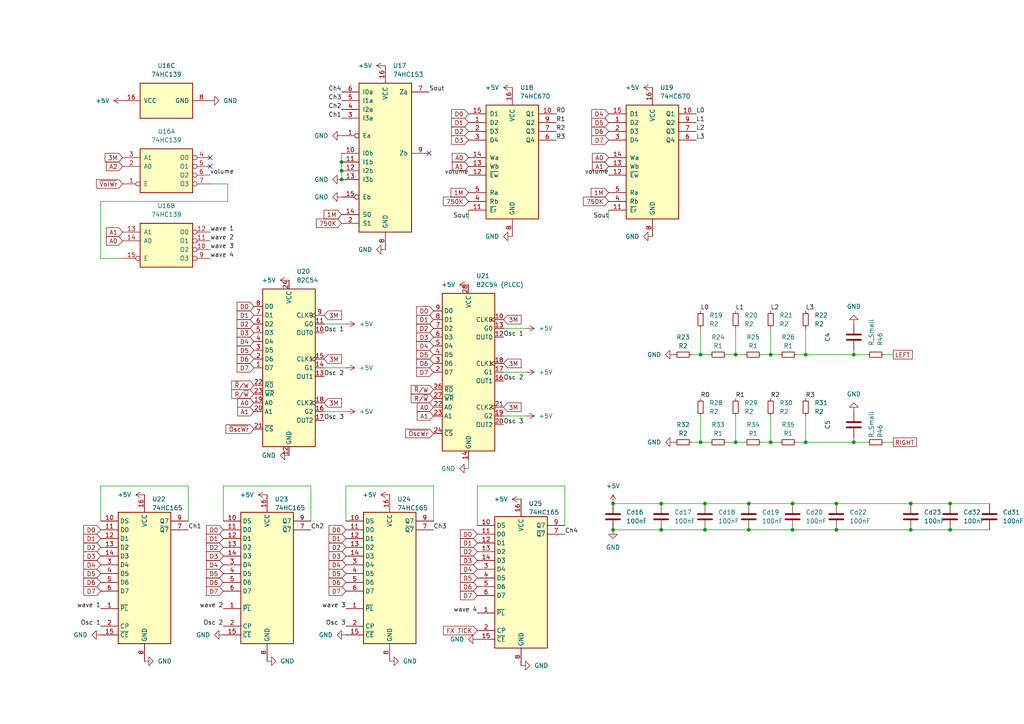
<source format=kicad_sch>
(kicad_sch (version 20230121) (generator eeschema)
  (paper "A4")
  (title_block (title "Audio"))
  (lib_symbols
    (symbol "74xx:74HC165"
      (property "Reference" "U" (at -7.62 19.05 0))
      (property "Value" "74HC165" (at -7.62 -21.59 0))
      (symbol "74HC165_1_0"
        (pin input line (at -12.7 -10.16 0) (length 5.08) (name "~{PL}") (number "1"))
        (pin input line (at -12.7 15.24 0) (length 5.08) (name "DS") (number "10"))
        (pin input line (at -12.7 12.7 0) (length 5.08) (name "D0") (number "11"))
        (pin input line (at -12.7 10.16 0) (length 5.08) (name "D1") (number "12"))
        (pin input line (at -12.7 7.62 0) (length 5.08) (name "D2") (number "13"))
        (pin input line (at -12.7 5.08 0) (length 5.08) (name "D3") (number "14"))
        (pin input line (at -12.7 -17.78 0) (length 5.08) (name "~{CE}") (number "15"))
        (pin power_in line (at 0 22.86 270) (length 5.08) (name "VCC") (number "16"))
        (pin input line (at -12.7 -15.24 0) (length 5.08) (name "CP") (number "2"))
        (pin input line (at -12.7 2.54 0) (length 5.08) (name "D4") (number "3"))
        (pin input line (at -12.7 0 0) (length 5.08) (name "D5") (number "4"))
        (pin input line (at -12.7 -2.54 0) (length 5.08) (name "D6") (number "5"))
        (pin input line (at -12.7 -5.08 0) (length 5.08) (name "D7") (number "6"))
        (pin output line (at 12.7 12.7 180) (length 5.08) (name "~{Q7}") (number "7"))
        (pin power_in line (at 0 -25.4 90) (length 5.08) (name "GND") (number "8"))
        (pin output line (at 12.7 15.24 180) (length 5.08) (name "Q7") (number "9"))
      )
      (symbol "74HC165_1_1"
        (rectangle (start -7.62 17.78) (end 7.62 -20.32) (stroke (width 0.254)) (fill (type background)))
      )
    )
    (symbol "74xx:74LS139" (pin_names (offset 1.016))
      (property "Reference" "U" (at -7.62 8.89 0))
      (property "Value" "74LS139" (at -7.62 -8.89 0))
      (symbol "74LS139_1_0"
        (pin input inverted (at -12.7 -5.08 0) (length 5.08) (name "E") (number "1"))
        (pin input line (at -12.7 0 0) (length 5.08) (name "A0") (number "2"))
        (pin input line (at -12.7 2.54 0) (length 5.08) (name "A1") (number "3"))
        (pin output inverted (at 12.7 2.54 180) (length 5.08) (name "O0") (number "4"))
        (pin output inverted (at 12.7 0 180) (length 5.08) (name "O1") (number "5"))
        (pin output inverted (at 12.7 -2.54 180) (length 5.08) (name "O2") (number "6"))
        (pin output inverted (at 12.7 -5.08 180) (length 5.08) (name "O3") (number "7"))
      )
      (symbol "74LS139_1_1"
        (rectangle (start -7.62 5.08) (end 7.62 -7.62) (stroke (width 0.254)) (fill (type background)))
      )
      (symbol "74LS139_2_0"
        (pin output inverted (at 12.7 -2.54 180) (length 5.08) (name "O2") (number "10"))
        (pin output inverted (at 12.7 0 180) (length 5.08) (name "O1") (number "11"))
        (pin output inverted (at 12.7 2.54 180) (length 5.08) (name "O0") (number "12"))
        (pin input line (at -12.7 2.54 0) (length 5.08) (name "A1") (number "13"))
        (pin input line (at -12.7 0 0) (length 5.08) (name "A0") (number "14"))
        (pin input inverted (at -12.7 -5.08 0) (length 5.08) (name "E") (number "15"))
        (pin output inverted (at 12.7 -5.08 180) (length 5.08) (name "O3") (number "9"))
      )
      (symbol "74LS139_2_1"
        (rectangle (start -7.62 5.08) (end 7.62 -7.62) (stroke (width 0.254)) (fill (type background)))
      )
      (symbol "74LS139_3_0"
        (pin power_in line (at 0 12.7 270) (length 5.08) (name "VCC") (number "16"))
        (pin power_in line (at 0 -12.7 90) (length 5.08) (name "GND") (number "8"))
      )
      (symbol "74LS139_3_1"
        (rectangle (start -5.08 7.62) (end 5.08 -7.62) (stroke (width 0.254)) (fill (type background)))
      )
    )
    (symbol "74xx:74LS153" (pin_names (offset 1.016))
      (property "Reference" "U" (at -7.62 21.59 0))
      (property "Value" "74LS153" (at -7.62 -24.13 0))
      (symbol "74LS153_1_0"
        (pin input inverted (at -12.7 5.08 0) (length 5.08) (name "Ea") (number "1"))
        (pin input line (at -12.7 0 0) (length 5.08) (name "I0b") (number "10"))
        (pin input line (at -12.7 -2.54 0) (length 5.08) (name "I1b") (number "11"))
        (pin input line (at -12.7 -5.08 0) (length 5.08) (name "I2b") (number "12"))
        (pin input line (at -12.7 -7.62 0) (length 5.08) (name "I3b") (number "13"))
        (pin input line (at -12.7 -17.78 0) (length 5.08) (name "S0") (number "14"))
        (pin input inverted (at -12.7 -12.7 0) (length 5.08) (name "Eb") (number "15"))
        (pin power_in line (at 0 25.4 270) (length 5.08) (name "VCC") (number "16"))
        (pin input line (at -12.7 -20.32 0) (length 5.08) (name "S1") (number "2"))
        (pin input line (at -12.7 10.16 0) (length 5.08) (name "I3a") (number "3"))
        (pin input line (at -12.7 12.7 0) (length 5.08) (name "I2a") (number "4"))
        (pin input line (at -12.7 15.24 0) (length 5.08) (name "I1a") (number "5"))
        (pin input line (at -12.7 17.78 0) (length 5.08) (name "I0a") (number "6"))
        (pin output line (at 12.7 17.78 180) (length 5.08) (name "Za") (number "7"))
        (pin power_in line (at 0 -27.94 90) (length 5.08) (name "GND") (number "8"))
        (pin output line (at 12.7 0 180) (length 5.08) (name "Zb") (number "9"))
      )
      (symbol "74LS153_1_1"
        (rectangle (start -7.62 20.32) (end 7.62 -22.86) (stroke (width 0.254)) (fill (type background)))
      )
    )
    (symbol "74xx:74LS670" (pin_names (offset 1.016))
      (property "Reference" "U" (at -7.62 16.51 0))
      (property "Value" "74LS670" (at -7.62 -19.05 0))
      (symbol "74LS670_1_0"
        (pin input line (at -12.7 10.16 0) (length 5.08) (name "D2") (number "1"))
        (pin tri_state line (at 12.7 12.7 180) (length 5.08) (name "Q1") (number "10"))
        (pin input line (at -12.7 -15.24 0) (length 5.08) (name "~{Er}") (number "11"))
        (pin input line (at -12.7 -5.08 0) (length 5.08) (name "~{Ew}") (number "12"))
        (pin input line (at -12.7 -2.54 0) (length 5.08) (name "Wb") (number "13"))
        (pin input line (at -12.7 0 0) (length 5.08) (name "Wa") (number "14"))
        (pin input line (at -12.7 12.7 0) (length 5.08) (name "D1") (number "15"))
        (pin power_in line (at 0 20.32 270) (length 5.08) (name "VCC") (number "16"))
        (pin input line (at -12.7 7.62 0) (length 5.08) (name "D3") (number "2"))
        (pin input line (at -12.7 5.08 0) (length 5.08) (name "D4") (number "3"))
        (pin input line (at -12.7 -12.7 0) (length 5.08) (name "Rb") (number "4"))
        (pin input line (at -12.7 -10.16 0) (length 5.08) (name "Ra") (number "5"))
        (pin tri_state line (at 12.7 5.08 180) (length 5.08) (name "Q4") (number "6"))
        (pin tri_state line (at 12.7 7.62 180) (length 5.08) (name "Q3") (number "7"))
        (pin power_in line (at 0 -22.86 90) (length 5.08) (name "GND") (number "8"))
        (pin tri_state line (at 12.7 10.16 180) (length 5.08) (name "Q2") (number "9"))
      )
      (symbol "74LS670_1_1"
        (rectangle (start -7.62 15.24) (end 7.62 -17.78) (stroke (width 0.254)) (fill (type background)))
      )
    )
    (symbol "Device:C" (pin_numbers hide) (pin_names (offset 0.254))
      (property "Reference" "C" (at 0.635 2.54 0))
      (property "Value" "C" (at 0.635 -2.54 0))
      (symbol "C_0_1"
        (polyline (pts (xy -2.032 -0.762) (xy 2.032 -0.762)) (stroke (width 0.508)))
        (polyline (pts (xy -2.032 0.762) (xy 2.032 0.762)) (stroke (width 0.508)))
      )
      (symbol "C_1_1"
        (pin passive line (at 0 3.81 270) (length 2.794) (name "~") (number "1"))
        (pin passive line (at 0 -3.81 90) (length 2.794) (name "~") (number "2"))
      )
    )
    (symbol "Device:R_Small" (pin_numbers hide) (pin_names (offset 0.254) hide)
      (property "Reference" "R" (at 0.762 0.508 0))
      (property "Value" "R_Small" (at 0.762 -1.016 0))
      (symbol "R_Small_0_1"
        (rectangle (start -0.762 1.778) (end 0.762 -1.778) (stroke (width 0.2032)))
      )
      (symbol "R_Small_1_1"
        (pin passive line (at 0 2.54 270) (length 0.762) (name "~") (number "1"))
        (pin passive line (at 0 -2.54 90) (length 0.762) (name "~") (number "2"))
      )
    )
    (symbol "Timer:82C54"
      (property "Reference" "U" (at -5.08 24.13 0))
      (property "Value" "82C54" (at 2.54 24.13 0))
      (symbol "82C54_0_1"
        (rectangle (start -7.62 -22.86) (end 7.62 22.86) (stroke (width 0.254)) (fill (type background)))
      )
      (symbol "82C54_1_1"
        (pin bidirectional line (at -10.16 0 0) (length 2.54) (name "D7") (number "1"))
        (pin output line (at 10.16 10.16 180) (length 2.54) (name "OUT0") (number "10"))
        (pin input line (at 10.16 12.7 180) (length 2.54) (name "G0") (number "11"))
        (pin power_in line (at 0 -25.4 90) (length 2.54) (name "GND") (number "12"))
        (pin output line (at 10.16 -2.54 180) (length 2.54) (name "OUT1") (number "13"))
        (pin input line (at 10.16 0 180) (length 2.54) (name "G1") (number "14"))
        (pin input clock (at 10.16 2.54 180) (length 2.54) (name "CLK1") (number "15"))
        (pin input line (at 10.16 -12.7 180) (length 2.54) (name "G2") (number "16"))
        (pin output line (at 10.16 -15.24 180) (length 2.54) (name "OUT2") (number "17"))
        (pin input clock (at 10.16 -10.16 180) (length 2.54) (name "CLK2") (number "18"))
        (pin input line (at -10.16 -10.16 0) (length 2.54) (name "A0") (number "19"))
        (pin bidirectional line (at -10.16 2.54 0) (length 2.54) (name "D6") (number "2"))
        (pin input line (at -10.16 -12.7 0) (length 2.54) (name "A1") (number "20"))
        (pin input line (at -10.16 -17.78 0) (length 2.54) (name "~{CS}") (number "21"))
        (pin input line (at -10.16 -5.08 0) (length 2.54) (name "~{RD}") (number "22"))
        (pin input line (at -10.16 -7.62 0) (length 2.54) (name "~{WR}") (number "23"))
        (pin power_in line (at 0 25.4 270) (length 2.54) (name "VCC") (number "24"))
        (pin bidirectional line (at -10.16 5.08 0) (length 2.54) (name "D5") (number "3"))
        (pin bidirectional line (at -10.16 7.62 0) (length 2.54) (name "D4") (number "4"))
        (pin bidirectional line (at -10.16 10.16 0) (length 2.54) (name "D3") (number "5"))
        (pin bidirectional line (at -10.16 12.7 0) (length 2.54) (name "D2") (number "6"))
        (pin bidirectional line (at -10.16 15.24 0) (length 2.54) (name "D1") (number "7"))
        (pin bidirectional line (at -10.16 17.78 0) (length 2.54) (name "D0") (number "8"))
        (pin input clock (at 10.16 15.24 180) (length 2.54) (name "CLK0") (number "9"))
      )
    )
    (symbol "Timer:82C54_PLCC"
      (property "Reference" "U" (at -3.81 24.13 0))
      (property "Value" "82C54_PLCC" (at 2.54 24.13 0))
      (symbol "82C54_PLCC_0_1"
        (rectangle (start -7.62 -22.86) (end 7.62 22.86) (stroke (width 0.254)) (fill (type background)))
      )
      (symbol "82C54_PLCC_1_1"
        (pin no_connect line (at -5.08 -22.86 90) (length 2.54) hide (name "NC") (number "1"))
        (pin input clock (at 10.16 15.24 180) (length 2.54) (name "CLK0") (number "10"))
        (pin no_connect line (at -2.54 -22.86 90) (length 2.54) hide (name "NC") (number "11"))
        (pin output line (at 10.16 10.16 180) (length 2.54) (name "OUT0") (number "12"))
        (pin input line (at 10.16 12.7 180) (length 2.54) (name "G0") (number "13"))
        (pin power_in line (at 0 -25.4 90) (length 2.54) (name "GND") (number "14"))
        (pin no_connect line (at 2.54 -22.86 90) (length 2.54) hide (name "NC") (number "15"))
        (pin output line (at 10.16 -2.54 180) (length 2.54) (name "OUT1") (number "16"))
        (pin input line (at 10.16 0 180) (length 2.54) (name "G1") (number "17"))
        (pin input clock (at 10.16 2.54 180) (length 2.54) (name "CLK1") (number "18"))
        (pin input line (at 10.16 -12.7 180) (length 2.54) (name "G2") (number "19"))
        (pin bidirectional line (at -10.16 0 0) (length 2.54) (name "D7") (number "2"))
        (pin output line (at 10.16 -15.24 180) (length 2.54) (name "OUT2") (number "20"))
        (pin input clock (at 10.16 -10.16 180) (length 2.54) (name "CLK2") (number "21"))
        (pin input line (at -10.16 -10.16 0) (length 2.54) (name "A0") (number "22"))
        (pin input line (at -10.16 -12.7 0) (length 2.54) (name "A1") (number "23"))
        (pin input line (at -10.16 -17.78 0) (length 2.54) (name "~{CS}") (number "24"))
        (pin no_connect line (at 5.08 -22.86 90) (length 2.54) hide (name "NC") (number "25"))
        (pin input line (at -10.16 -5.08 0) (length 2.54) (name "~{RD}") (number "26"))
        (pin input line (at -10.16 -7.62 0) (length 2.54) (name "~{WR}") (number "27"))
        (pin power_in line (at 0 25.4 270) (length 2.54) (name "VCC") (number "28"))
        (pin bidirectional line (at -10.16 2.54 0) (length 2.54) (name "D6") (number "3"))
        (pin bidirectional line (at -10.16 5.08 0) (length 2.54) (name "D5") (number "4"))
        (pin bidirectional line (at -10.16 7.62 0) (length 2.54) (name "D4") (number "5"))
        (pin bidirectional line (at -10.16 10.16 0) (length 2.54) (name "D3") (number "6"))
        (pin bidirectional line (at -10.16 12.7 0) (length 2.54) (name "D2") (number "7"))
        (pin bidirectional line (at -10.16 15.24 0) (length 2.54) (name "D1") (number "8"))
        (pin bidirectional line (at -10.16 17.78 0) (length 2.54) (name "D0") (number "9"))
      )
    )
    (symbol "power:+5V" (power) (pin_names (offset 0))
      (property "Value" "+5V" (at 0 3.556 0))
      (symbol "+5V_0_1"
        (polyline (pts (xy -0.762 1.27) (xy 0 2.54)))
        (polyline (pts (xy 0 0) (xy 0 2.54)))
        (polyline (pts (xy 0 2.54) (xy 0.762 1.27)))
      )
      (symbol "+5V_1_1"
        (pin power_in line (at 0 0 90) (length 0) hide (name "+5V") (number "1"))
      )
    )
    (symbol "power:GND" (power) (pin_names (offset 0))
      (property "Value" "GND" (at 0 -3.81 0))
      (symbol "GND_0_1"
        (polyline (pts (xy 0 0) (xy 0 -1.27) (xy 1.27 -1.27) (xy 0 -2.54) (xy -1.27 -1.27) (xy 0 -1.27)))
      )
      (symbol "GND_1_1"
        (pin power_in line (at 0 0 270) (length 0) hide (name "GND") (number "1"))
      )
    )
  )
  (junction (at 264.16 153.67))
  (junction (at 229.87 153.67))
  (junction (at 264.16 146.05))
  (junction (at 233.68 128.27))
  (junction (at 229.87 146.05))
  (junction (at 177.8 146.05))
  (junction (at 247.65 128.27))
  (junction (at 217.17 146.05))
  (junction (at 191.77 146.05))
  (junction (at 203.2 128.27))
  (junction (at 213.36 128.27))
  (junction (at 223.52 102.87))
  (junction (at 204.47 146.05))
  (junction (at 275.59 146.05))
  (junction (at 213.36 102.87))
  (junction (at 204.47 153.67))
  (junction (at 177.8 153.67))
  (junction (at 203.2 102.87))
  (junction (at 99.06 49.53))
  (junction (at 242.57 146.05))
  (junction (at 247.65 102.87))
  (junction (at 99.06 52.07))
  (junction (at 223.52 128.27))
  (junction (at 99.06 46.99))
  (junction (at 242.57 153.67))
  (junction (at 233.68 102.87))
  (junction (at 191.77 153.67))
  (junction (at 217.17 153.67))
  (junction (at 275.59 153.67))
  (no_connect (at 60.96 48.26))
  (no_connect (at 124.46 44.45))
  (no_connect (at 60.96 45.72))
  (wire (pts (xy 220.98 102.87) (xy 223.52 102.87)))
  (wire (pts (xy 152.4 95.25) (xy 146.05 95.25)))
  (wire (pts (xy 203.2 120.65) (xy 203.2 128.27)))
  (wire (pts (xy 177.8 146.05) (xy 191.77 146.05)))
  (wire (pts (xy 100.33 140.97) (xy 100.33 151.13)))
  (wire (pts (xy 233.68 102.87) (xy 247.65 102.87)))
  (wire (pts (xy 242.57 146.05) (xy 264.16 146.05)))
  (wire (pts (xy 200.66 102.87) (xy 203.2 102.87)))
  (wire (pts (xy 247.65 128.27) (xy 247.65 127)))
  (wire (pts (xy 210.82 102.87) (xy 213.36 102.87)))
  (wire (pts (xy 231.14 128.27) (xy 233.68 128.27)))
  (wire (pts (xy 191.77 153.67) (xy 204.47 153.67)))
  (wire (pts (xy 256.54 128.27) (xy 259.08 128.27)))
  (wire (pts (xy 264.16 153.67) (xy 275.59 153.67)))
  (wire (pts (xy 242.57 153.67) (xy 264.16 153.67)))
  (wire (pts (xy 251.46 128.27) (xy 247.65 128.27)))
  (wire (pts (xy 251.46 102.87) (xy 247.65 102.87)))
  (wire (pts (xy 100.33 93.98) (xy 93.98 93.98)))
  (wire (pts (xy 135.89 63.5) (xy 135.89 60.96)))
  (wire (pts (xy 29.21 140.97) (xy 29.21 151.13)))
  (wire (pts (xy 247.65 102.87) (xy 247.65 101.6)))
  (wire (pts (xy 213.36 128.27) (xy 215.9 128.27)))
  (wire (pts (xy 264.16 146.05) (xy 275.59 146.05)))
  (wire (pts (xy 191.77 146.05) (xy 204.47 146.05)))
  (wire (pts (xy 204.47 146.05) (xy 217.17 146.05)))
  (wire (pts (xy 177.8 153.67) (xy 191.77 153.67)))
  (wire (pts (xy 64.77 140.97) (xy 64.77 151.13)))
  (wire (pts (xy 204.47 153.67) (xy 217.17 153.67)))
  (wire (pts (xy 217.17 153.67) (xy 229.87 153.67)))
  (wire (pts (xy 90.17 151.13) (xy 90.17 140.97)))
  (wire (pts (xy 29.21 74.93) (xy 29.21 58.42)))
  (wire (pts (xy 210.82 128.27) (xy 213.36 128.27)))
  (wire (pts (xy 176.53 63.5) (xy 176.53 60.96)))
  (wire (pts (xy 66.04 53.34) (xy 60.96 53.34)))
  (wire (pts (xy 99.06 44.45) (xy 99.06 46.99)))
  (wire (pts (xy 233.68 128.27) (xy 247.65 128.27)))
  (wire (pts (xy 231.14 102.87) (xy 233.68 102.87)))
  (wire (pts (xy 223.52 95.25) (xy 223.52 102.87)))
  (wire (pts (xy 54.61 151.13) (xy 54.61 140.97)))
  (wire (pts (xy 135.89 135.89) (xy 135.89 133.35)))
  (wire (pts (xy 90.17 140.97) (xy 64.77 140.97)))
  (wire (pts (xy 203.2 102.87) (xy 205.74 102.87)))
  (wire (pts (xy 99.06 49.53) (xy 99.06 52.07)))
  (wire (pts (xy 229.87 153.67) (xy 242.57 153.67)))
  (wire (pts (xy 100.33 106.68) (xy 93.98 106.68)))
  (wire (pts (xy 66.04 58.42) (xy 66.04 53.34)))
  (wire (pts (xy 213.36 120.65) (xy 213.36 128.27)))
  (wire (pts (xy 203.2 95.25) (xy 203.2 102.87)))
  (wire (pts (xy 275.59 146.05) (xy 287.02 146.05)))
  (wire (pts (xy 220.98 128.27) (xy 223.52 128.27)))
  (wire (pts (xy 138.43 140.97) (xy 138.43 152.4)))
  (wire (pts (xy 223.52 102.87) (xy 226.06 102.87)))
  (wire (pts (xy 223.52 128.27) (xy 226.06 128.27)))
  (wire (pts (xy 203.2 128.27) (xy 205.74 128.27)))
  (wire (pts (xy 125.73 151.13) (xy 125.73 140.97)))
  (wire (pts (xy 256.54 102.87) (xy 259.08 102.87)))
  (wire (pts (xy 29.21 58.42) (xy 66.04 58.42)))
  (wire (pts (xy 229.87 146.05) (xy 242.57 146.05)))
  (wire (pts (xy 163.83 152.4) (xy 163.83 140.97)))
  (wire (pts (xy 213.36 102.87) (xy 215.9 102.87)))
  (wire (pts (xy 163.83 140.97) (xy 138.43 140.97)))
  (wire (pts (xy 233.68 120.65) (xy 233.68 128.27)))
  (wire (pts (xy 200.66 128.27) (xy 203.2 128.27)))
  (wire (pts (xy 100.33 119.38) (xy 93.98 119.38)))
  (wire (pts (xy 233.68 95.25) (xy 233.68 102.87)))
  (wire (pts (xy 213.36 95.25) (xy 213.36 102.87)))
  (wire (pts (xy 223.52 120.65) (xy 223.52 128.27)))
  (wire (pts (xy 275.59 153.67) (xy 287.02 153.67)))
  (wire (pts (xy 217.17 146.05) (xy 229.87 146.05)))
  (wire (pts (xy 152.4 120.65) (xy 146.05 120.65)))
  (wire (pts (xy 99.06 46.99) (xy 99.06 49.53)))
  (wire (pts (xy 54.61 140.97) (xy 29.21 140.97)))
  (wire (pts (xy 125.73 140.97) (xy 100.33 140.97)))
  (wire (pts (xy 152.4 107.95) (xy 146.05 107.95)))
  (wire (pts (xy 35.56 74.93) (xy 29.21 74.93)))
  (label "Osc 2" (at 93.98 109.22 0))
  (label "R2" (at 161.29 38.1 0))
  (label "Sout" (at 135.89 63.5 180))
  (label "Osc 3" (at 93.98 121.92 0))
  (label "L3" (at 233.68 90.17 0))
  (label "volume" (at 135.89 50.8 180))
  (label "Osc 1" (at 29.21 181.61 180))
  (label "Ch1" (at 99.06 34.29 180))
  (label "Ch4" (at 163.83 154.94 0))
  (label "Sout" (at 176.53 63.5 180))
  (label "R3" (at 233.68 115.57 0))
  (label "Osc 2" (at 146.05 110.49 0))
  (label "wave 1" (at 60.96 67.31 0))
  (label "Sout" (at 124.46 26.67 0))
  (label "Osc 2" (at 64.77 181.61 180))
  (label "L3" (at 201.93 40.64 0))
  (label "wave 1" (at 29.21 176.53 180))
  (label "wave 3" (at 60.96 72.39 0))
  (label "wave 2" (at 60.96 69.85 0))
  (label "wave 3" (at 100.33 176.53 180))
  (label "R3" (at 161.29 40.64 0))
  (label "L2" (at 201.93 38.1 0))
  (label "wave 4" (at 60.96 74.93 0))
  (label "Osc 1" (at 93.98 96.52 0))
  (label "Ch2" (at 99.06 31.75 180))
  (label "Osc 1" (at 146.05 97.79 0))
  (label "volume" (at 60.96 50.8 0))
  (label "volume" (at 176.53 50.8 180))
  (label "Ch2" (at 90.17 153.67 0))
  (label "L1" (at 213.36 90.17 0))
  (label "R1" (at 213.36 115.57 0))
  (label "R1" (at 161.29 35.56 0))
  (label "R0" (at 203.2 115.57 0))
  (label "R0" (at 161.29 33.02 0))
  (label "Ch4" (at 99.06 26.67 180))
  (label "wave 4" (at 138.43 177.8 180))
  (label "wave 2" (at 64.77 176.53 180))
  (label "Ch3" (at 125.73 153.67 0))
  (label "Ch3" (at 99.06 29.21 180))
  (label "Osc 3" (at 100.33 181.61 180))
  (label "Ch1" (at 54.61 153.67 0))
  (label "Osc 3" (at 146.05 123.19 0))
  (label "L2" (at 223.52 90.17 0))
  (label "L0" (at 201.93 33.02 0))
  (label "L1" (at 201.93 35.56 0))
  (label "L0" (at 203.2 90.17 0))
  (label "R2" (at 223.52 115.57 0))
  (global_label "D3" (shape input) (at 64.77 161.29 180) (property "Intersheetrefs" "${INTERSHEET_REFS}" (effects hide)))
  (global_label "D4" (shape input) (at 125.73 100.33 180) (property "Intersheetrefs" "${INTERSHEET_REFS}" (effects hide)))
  (global_label "R{slash}~{W}" (shape input) (at 73.66 114.3 180) (property "Intersheetrefs" "${INTERSHEET_REFS}" (effects hide)))
  (global_label "A0" (shape input) (at 125.73 118.11 180) (property "Intersheetrefs" "${INTERSHEET_REFS}" (effects hide)))
  (global_label "D7" (shape input) (at 29.21 171.45 180) (property "Intersheetrefs" "${INTERSHEET_REFS}" (effects hide)))
  (global_label "D6" (shape input) (at 125.73 105.41 180) (property "Intersheetrefs" "${INTERSHEET_REFS}" (effects hide)))
  (global_label "750K" (shape input) (at 99.06 64.77 180) (property "Intersheetrefs" "${INTERSHEET_REFS}" (effects hide)))
  (global_label "D4" (shape input) (at 138.43 165.1 180) (property "Intersheetrefs" "${INTERSHEET_REFS}" (effects hide)))
  (global_label "D3" (shape input) (at 125.73 97.79 180) (property "Intersheetrefs" "${INTERSHEET_REFS}" (effects hide)))
  (global_label "D4" (shape input) (at 29.21 163.83 180) (property "Intersheetrefs" "${INTERSHEET_REFS}" (effects hide)))
  (global_label "1M" (shape input) (at 135.89 55.88 180) (property "Intersheetrefs" "${INTERSHEET_REFS}" (effects hide)))
  (global_label "D0" (shape input) (at 135.89 33.02 180) (property "Intersheetrefs" "${INTERSHEET_REFS}" (effects hide)))
  (global_label "LEFT" (shape passive) (at 259.08 102.87 0) (property "Intersheetrefs" "${INTERSHEET_REFS}" (effects hide)))
  (global_label "A2" (shape input) (at 35.56 48.26 180) (property "Intersheetrefs" "${INTERSHEET_REFS}" (effects hide)))
  (global_label "D5" (shape input) (at 100.33 166.37 180) (property "Intersheetrefs" "${INTERSHEET_REFS}" (effects hide)))
  (global_label "D7" (shape input) (at 64.77 171.45 180) (property "Intersheetrefs" "${INTERSHEET_REFS}" (effects hide)))
  (global_label "D1" (shape input) (at 135.89 35.56 180) (property "Intersheetrefs" "${INTERSHEET_REFS}" (effects hide)))
  (global_label "D6" (shape input) (at 100.33 168.91 180) (property "Intersheetrefs" "${INTERSHEET_REFS}" (effects hide)))
  (global_label "D2" (shape input) (at 29.21 158.75 180) (property "Intersheetrefs" "${INTERSHEET_REFS}" (effects hide)))
  (global_label "1M" (shape input) (at 99.06 62.23 180) (property "Intersheetrefs" "${INTERSHEET_REFS}" (effects hide)))
  (global_label "A0" (shape input) (at 73.66 116.84 180) (property "Intersheetrefs" "${INTERSHEET_REFS}" (effects hide)))
  (global_label "750K" (shape input) (at 176.53 58.42 180) (property "Intersheetrefs" "${INTERSHEET_REFS}" (effects hide)))
  (global_label "D7" (shape input) (at 176.53 40.64 180) (property "Intersheetrefs" "${INTERSHEET_REFS}" (effects hide)))
  (global_label "D5" (shape input) (at 176.53 35.56 180) (property "Intersheetrefs" "${INTERSHEET_REFS}" (effects hide)))
  (global_label "D3" (shape input) (at 73.66 96.52 180) (property "Intersheetrefs" "${INTERSHEET_REFS}" (effects hide)))
  (global_label "A1" (shape input) (at 176.53 48.26 180) (property "Intersheetrefs" "${INTERSHEET_REFS}" (effects hide)))
  (global_label "D1" (shape input) (at 73.66 91.44 180) (property "Intersheetrefs" "${INTERSHEET_REFS}" (effects hide)))
  (global_label "D3" (shape input) (at 138.43 162.56 180) (property "Intersheetrefs" "${INTERSHEET_REFS}" (effects hide)))
  (global_label "1M" (shape input) (at 176.53 55.88 180) (property "Intersheetrefs" "${INTERSHEET_REFS}" (effects hide)))
  (global_label "A0" (shape input) (at 135.89 45.72 180) (property "Intersheetrefs" "${INTERSHEET_REFS}" (effects hide)))
  (global_label "~{OscWr}" (shape input) (at 73.66 124.46 180) (property "Intersheetrefs" "${INTERSHEET_REFS}" (effects hide)))
  (global_label "D7" (shape input) (at 138.43 172.72 180) (property "Intersheetrefs" "${INTERSHEET_REFS}" (effects hide)))
  (global_label "D6" (shape input) (at 176.53 38.1 180) (property "Intersheetrefs" "${INTERSHEET_REFS}" (effects hide)))
  (global_label "D4" (shape input) (at 176.53 33.02 180) (property "Intersheetrefs" "${INTERSHEET_REFS}" (effects hide)))
  (global_label "D6" (shape input) (at 138.43 170.18 180) (property "Intersheetrefs" "${INTERSHEET_REFS}" (effects hide)))
  (global_label "3M" (shape input) (at 146.05 118.11 0) (property "Intersheetrefs" "${INTERSHEET_REFS}" (effects hide)))
  (global_label "D0" (shape input) (at 29.21 153.67 180) (property "Intersheetrefs" "${INTERSHEET_REFS}" (effects hide)))
  (global_label "D5" (shape input) (at 73.66 101.6 180) (property "Intersheetrefs" "${INTERSHEET_REFS}" (effects hide)))
  (global_label "A1" (shape input) (at 125.73 120.65 180) (property "Intersheetrefs" "${INTERSHEET_REFS}" (effects hide)))
  (global_label "3M" (shape input) (at 146.05 105.41 0) (property "Intersheetrefs" "${INTERSHEET_REFS}" (effects hide)))
  (global_label "D1" (shape input) (at 29.21 156.21 180) (property "Intersheetrefs" "${INTERSHEET_REFS}" (effects hide)))
  (global_label "D2" (shape input) (at 125.73 95.25 180) (property "Intersheetrefs" "${INTERSHEET_REFS}" (effects hide)))
  (global_label "A1" (shape input) (at 35.56 67.31 180) (property "Intersheetrefs" "${INTERSHEET_REFS}" (effects hide)))
  (global_label "D2" (shape input) (at 64.77 158.75 180) (property "Intersheetrefs" "${INTERSHEET_REFS}" (effects hide)))
  (global_label "~{VolWr}" (shape input) (at 35.56 53.34 180) (property "Intersheetrefs" "${INTERSHEET_REFS}" (effects hide)))
  (global_label "3M" (shape input) (at 35.56 45.72 180) (property "Intersheetrefs" "${INTERSHEET_REFS}" (effects hide)))
  (global_label "3M" (shape input) (at 93.98 104.14 0) (property "Intersheetrefs" "${INTERSHEET_REFS}" (effects hide)))
  (global_label "D1" (shape input) (at 125.73 92.71 180) (property "Intersheetrefs" "${INTERSHEET_REFS}" (effects hide)))
  (global_label "R{slash}~{W}" (shape input) (at 125.73 115.57 180) (property "Intersheetrefs" "${INTERSHEET_REFS}" (effects hide)))
  (global_label "D6" (shape input) (at 64.77 168.91 180) (property "Intersheetrefs" "${INTERSHEET_REFS}" (effects hide)))
  (global_label "D3" (shape input) (at 29.21 161.29 180) (property "Intersheetrefs" "${INTERSHEET_REFS}" (effects hide)))
  (global_label "RIGHT" (shape passive) (at 259.08 128.27 0) (property "Intersheetrefs" "${INTERSHEET_REFS}" (effects hide)))
  (global_label "D0" (shape input) (at 138.43 154.94 180) (property "Intersheetrefs" "${INTERSHEET_REFS}" (effects hide)))
  (global_label "D7" (shape input) (at 73.66 106.68 180) (property "Intersheetrefs" "${INTERSHEET_REFS}" (effects hide)))
  (global_label "D2" (shape input) (at 138.43 160.02 180) (property "Intersheetrefs" "${INTERSHEET_REFS}" (effects hide)))
  (global_label "D3" (shape input) (at 135.89 40.64 180) (property "Intersheetrefs" "${INTERSHEET_REFS}" (effects hide)))
  (global_label "D0" (shape input) (at 64.77 153.67 180) (property "Intersheetrefs" "${INTERSHEET_REFS}" (effects hide)))
  (global_label "D6" (shape input) (at 73.66 104.14 180) (property "Intersheetrefs" "${INTERSHEET_REFS}" (effects hide)))
  (global_label "3M" (shape input) (at 93.98 116.84 0) (property "Intersheetrefs" "${INTERSHEET_REFS}" (effects hide)))
  (global_label "D4" (shape input) (at 100.33 163.83 180) (property "Intersheetrefs" "${INTERSHEET_REFS}" (effects hide)))
  (global_label "750K" (shape input) (at 135.89 58.42 180) (property "Intersheetrefs" "${INTERSHEET_REFS}" (effects hide)))
  (global_label "A1" (shape input) (at 135.89 48.26 180) (property "Intersheetrefs" "${INTERSHEET_REFS}" (effects hide)))
  (global_label "~{R}{slash}W" (shape input) (at 73.66 111.76 180) (property "Intersheetrefs" "${INTERSHEET_REFS}" (effects hide)))
  (global_label "D0" (shape input) (at 125.73 90.17 180) (property "Intersheetrefs" "${INTERSHEET_REFS}" (effects hide)))
  (global_label "D2" (shape input) (at 135.89 38.1 180) (property "Intersheetrefs" "${INTERSHEET_REFS}" (effects hide)))
  (global_label "D6" (shape input) (at 29.21 168.91 180) (property "Intersheetrefs" "${INTERSHEET_REFS}" (effects hide)))
  (global_label "D1" (shape input) (at 100.33 156.21 180) (property "Intersheetrefs" "${INTERSHEET_REFS}" (effects hide)))
  (global_label "D5" (shape input) (at 125.73 102.87 180) (property "Intersheetrefs" "${INTERSHEET_REFS}" (effects hide)))
  (global_label "FX TICK" (shape input) (at 138.43 182.88 180) (property "Intersheetrefs" "${INTERSHEET_REFS}" (effects hide)))
  (global_label "D4" (shape input) (at 73.66 99.06 180) (property "Intersheetrefs" "${INTERSHEET_REFS}" (effects hide)))
  (global_label "3M" (shape input) (at 93.98 91.44 0) (property "Intersheetrefs" "${INTERSHEET_REFS}" (effects hide)))
  (global_label "D4" (shape input) (at 64.77 163.83 180) (property "Intersheetrefs" "${INTERSHEET_REFS}" (effects hide)))
  (global_label "~{OscWr}" (shape input) (at 125.73 125.73 180) (property "Intersheetrefs" "${INTERSHEET_REFS}" (effects hide)))
  (global_label "D2" (shape input) (at 100.33 158.75 180) (property "Intersheetrefs" "${INTERSHEET_REFS}" (effects hide)))
  (global_label "D5" (shape input) (at 29.21 166.37 180) (property "Intersheetrefs" "${INTERSHEET_REFS}" (effects hide)))
  (global_label "A0" (shape input) (at 176.53 45.72 180) (property "Intersheetrefs" "${INTERSHEET_REFS}" (effects hide)))
  (global_label "D3" (shape input) (at 100.33 161.29 180) (property "Intersheetrefs" "${INTERSHEET_REFS}" (effects hide)))
  (global_label "D7" (shape input) (at 100.33 171.45 180) (property "Intersheetrefs" "${INTERSHEET_REFS}" (effects hide)))
  (global_label "D1" (shape input) (at 64.77 156.21 180) (property "Intersheetrefs" "${INTERSHEET_REFS}" (effects hide)))
  (global_label "D0" (shape input) (at 100.33 153.67 180) (property "Intersheetrefs" "${INTERSHEET_REFS}" (effects hide)))
  (global_label "~{R}{slash}W" (shape input) (at 125.73 113.03 180) (property "Intersheetrefs" "${INTERSHEET_REFS}" (effects hide)))
  (global_label "D5" (shape input) (at 138.43 167.64 180) (property "Intersheetrefs" "${INTERSHEET_REFS}" (effects hide)))
  (global_label "D0" (shape input) (at 73.66 88.9 180) (property "Intersheetrefs" "${INTERSHEET_REFS}" (effects hide)))
  (global_label "A1" (shape input) (at 73.66 119.38 180) (property "Intersheetrefs" "${INTERSHEET_REFS}" (effects hide)))
  (global_label "3M" (shape input) (at 146.05 92.71 0) (property "Intersheetrefs" "${INTERSHEET_REFS}" (effects hide)))
  (global_label "D1" (shape input) (at 138.43 157.48 180) (property "Intersheetrefs" "${INTERSHEET_REFS}" (effects hide)))
  (global_label "A0" (shape input) (at 35.56 69.85 180) (property "Intersheetrefs" "${INTERSHEET_REFS}" (effects hide)))
  (global_label "D7" (shape input) (at 125.73 107.95 180) (property "Intersheetrefs" "${INTERSHEET_REFS}" (effects hide)))
  (global_label "D2" (shape input) (at 73.66 93.98 180) (property "Intersheetrefs" "${INTERSHEET_REFS}" (effects hide)))
  (global_label "D5" (shape input) (at 64.77 166.37 180) (property "Intersheetrefs" "${INTERSHEET_REFS}" (effects hide)))
  (symbol (lib_id "Device:R_Small") (at 254 128.27 270) (mirror x) (unit 1)
    (property "Reference" "R46" (at 255.27 127 0) (effects (justify left)))
    (property "Value" "R_Small" (at 252.73 127 0) (effects (justify left)))
    (property "Footprint" "PCM_Resistor_THT_US_AKL:R_Axial_DIN0204_L3.6mm_D1.6mm_P1.90mm_Vertical" (effects hide))
    (instances (project "v1a" (path "" (reference "R46") (unit 1)) (path "" (reference "R36") (unit 1))))
  )
  (symbol (lib_id "power:+5V") (at 35.56 29.21 90) (unit 1)
    (property "Reference" "#PWR076" (effects hide))
    (property "Value" "+5V" (at 31.75 29.21 90) (effects (justify left)))
  )
  (symbol (lib_id "74xx:74HC165") (at 41.91 166.37 0) (unit 1)
    (property "Reference" "U22" (at 44.1041 144.78 0) (effects (justify left)))
    (property "Value" "74HC165" (at 44.1041 147.32 0) (effects (justify left)))
    (property "Footprint" "PCM_Package_DIP_AKL:DIP-16_W7.62mm_Socket_LongPads" (effects hide))
    (property "Datasheet" "https://assets.nexperia.com/documents/data-sheet/74HC_HCT165.pdf" (effects hide))
  )
  (symbol (lib_id "power:+5V") (at 111.76 19.05 90) (unit 1)
    (property "Reference" "#PWR073" (effects hide))
    (property "Value" "+5V" (at 107.95 19.05 90) (effects (justify left)))
  )
  (symbol (lib_id "power:GND") (at 138.43 185.42 270) (unit 1)
    (property "Reference" "#PWR03" (effects hide))
    (property "Value" "GND" (at 134.62 185.42 90) (effects (justify right)))
    (instances (project "v1a" (path "" (reference "#PWR03") (unit 1)) (path "" (reference "#PWR0107") (unit 1))))
  )
  (symbol (lib_id "Device:R_Small") (at 198.12 102.87 90) (unit 1)
    (property "Reference" "R23" (at 198.12 97.79 90))
    (property "Value" "R2" (at 198.12 100.33 90))
    (property "Footprint" "Resistor_THT:R_Axial_DIN0204_L3.6mm_D1.6mm_P1.90mm_Vertical" (effects hide))
  )
  (symbol (lib_id "power:+5V") (at 41.91 143.51 90) (unit 1)
    (property "Reference" "#PWR098" (effects hide))
    (property "Value" "+5V" (at 38.1 143.51 90) (effects (justify left)))
  )
  (symbol (lib_id "Device:R_Small") (at 203.2 92.71 180) (unit 1)
    (property "Reference" "R19" (at 205.74 91.44 0) (effects (justify right)))
    (property "Value" "R2" (at 205.74 93.98 0) (effects (justify right)))
    (property "Footprint" "Resistor_THT:R_Axial_DIN0204_L3.6mm_D1.6mm_P1.90mm_Vertical" (effects hide))
  )
  (symbol (lib_id "power:GND") (at 113.03 191.77 90) (unit 1)
    (property "Reference" "#PWR0110" (effects hide))
    (property "Value" "GND" (at 116.84 191.77 90) (effects (justify right)))
  )
  (symbol (lib_id "power:GND") (at 99.06 52.07 270) (unit 1)
    (property "Reference" "#PWR079" (effects hide))
    (property "Value" "GND" (at 95.25 52.07 90) (effects (justify right)))
  )
  (symbol (lib_id "power:GND") (at 247.65 93.98 180) (unit 1)
    (property "Reference" "#PWR0134" (effects hide))
    (property "Value" "GND" (at 247.65 88.9 0))
    (instances (project "v1a" (path "" (reference "#PWR0134") (unit 1)) (path "" (reference "#PWR087") (unit 1))))
  )
  (symbol (lib_id "Timer:82C54_PLCC") (at 135.89 107.95 0) (unit 1)
    (property "Reference" "U21" (at 138.0841 80.01 0) (effects (justify left)))
    (property "Value" "82C54 (PLCC)" (at 138.0841 82.55 0) (effects (justify left)))
    (property "Footprint" "Package_LCC:PLCC-28_THT-Socket" (effects hide))
    (property "Datasheet" "http://download.intel.com/design/archives/periphrl/docs/23124406.pdf" (effects hide))
  )
  (symbol (lib_id "power:GND") (at 29.21 184.15 270) (unit 1)
    (property "Reference" "#PWR03" (effects hide))
    (property "Value" "GND" (at 25.4 184.15 90) (effects (justify right)))
    (instances (project "v1a" (path "" (reference "#PWR03") (unit 1)) (path "" (reference "#PWR0104") (unit 1))))
  )
  (symbol (lib_id "74xx:74LS153") (at 111.76 44.45 0) (unit 1)
    (property "Reference" "U17" (at 113.9541 19.05 0) (effects (justify left)))
    (property "Value" "74HC153" (at 113.9541 21.59 0) (effects (justify left)))
    (property "Footprint" "PCM_Package_DIP_AKL:DIP-16_W7.62mm_Socket_LongPads" (effects hide))
    (property "Datasheet" "http://www.ti.com/lit/gpn/sn74LS153" (effects hide))
  )
  (symbol (lib_id "power:GND") (at 41.91 191.77 90) (unit 1)
    (property "Reference" "#PWR0108" (effects hide))
    (property "Value" "GND" (at 45.72 191.77 90) (effects (justify right)))
  )
  (symbol (lib_id "Device:R_Small") (at 213.36 92.71 180) (unit 1)
    (property "Reference" "R20" (at 215.9 91.44 0) (effects (justify right)))
    (property "Value" "R2" (at 215.9 93.98 0) (effects (justify right)))
    (property "Footprint" "Resistor_THT:R_Axial_DIN0204_L3.6mm_D1.6mm_P1.90mm_Vertical" (effects hide))
  )
  (symbol (lib_id "power:GND") (at 100.33 184.15 270) (mirror x) (unit 1)
    (property "Reference" "#PWR0106" (effects hide))
    (property "Value" "GND" (at 96.52 184.15 90) (effects (justify right)))
  )
  (symbol (lib_id "power:+5V") (at 152.4 107.95 270) (unit 1)
    (property "Reference" "#PWR091" (effects hide))
    (property "Value" "+5V" (at 156.21 107.95 90) (effects (justify left)))
  )
  (symbol (lib_id "Device:C") (at 247.65 97.79 0) (unit 1)
    (property "Reference" "C4" (at 240.03 97.79 90))
    (property "Value" "100nF" (effects hide))
    (property "Footprint" "Capacitor_THT:C_Disc_D3.0mm_W2.0mm_P2.50mm" (effects hide))
    (instances (project "v1a" (path "" (reference "C4") (unit 1)) (path "" (reference "C7") (unit 1)) (path "" (reference "C31") (unit 1))))
  )
  (symbol (lib_id "power:GND") (at 148.59 68.58 270) (unit 1)
    (property "Reference" "#PWR081" (effects hide))
    (property "Value" "GND" (at 144.78 68.58 90) (effects (justify right)))
  )
  (symbol (lib_id "Device:C") (at 275.59 149.86 0) (unit 1)
    (property "Reference" "Cd32" (at 279.4 148.59 0) (effects (justify left)))
    (property "Value" "100nF" (at 279.4 151.13 0) (effects (justify left)))
    (property "Footprint" "Capacitor_THT:C_Disc_D3.0mm_W2.0mm_P2.50mm" (effects hide))
  )
  (symbol (lib_id "power:GND") (at 77.47 191.77 90) (unit 1)
    (property "Reference" "#PWR0109" (effects hide))
    (property "Value" "GND" (at 81.28 191.77 90) (effects (justify right)))
  )
  (symbol (lib_id "74xx:74LS670") (at 148.59 45.72 0) (unit 1)
    (property "Reference" "U18" (at 150.7841 25.4 0) (effects (justify left)))
    (property "Value" "74HC670" (at 150.7841 27.94 0) (effects (justify left)))
    (property "Footprint" "PCM_Package_DIP_AKL:DIP-16_W7.62mm_Socket_LongPads" (effects hide))
    (property "Datasheet" "http://www.ti.com/lit/gpn/sn74LS670" (effects hide))
  )
  (symbol (lib_id "74xx:74LS139") (at 48.26 29.21 90) (unit 3)
    (property "Reference" "U16" (at 48.26 19.05 90))
    (property "Value" "74HC139" (at 48.26 21.59 90))
    (property "Footprint" "PCM_Package_DIP_AKL:DIP-16_W7.62mm_Socket_LongPads" (effects hide))
    (property "Datasheet" "http://www.ti.com/lit/ds/symlink/sn74ls139a.pdf" (effects hide))
  )
  (symbol (lib_id "power:+5V") (at 152.4 120.65 270) (unit 1)
    (property "Reference" "#PWR094" (effects hide))
    (property "Value" "+5V" (at 156.21 120.65 90) (effects (justify left)))
  )
  (symbol (lib_id "Device:R_Small") (at 218.44 102.87 90) (unit 1)
    (property "Reference" "R25" (at 218.44 97.79 90))
    (property "Value" "R1" (at 218.44 100.33 90))
    (property "Footprint" "Resistor_THT:R_Axial_DIN0204_L3.6mm_D1.6mm_P1.90mm_Vertical" (effects hide))
  )
  (symbol (lib_id "power:GND") (at 135.89 135.89 270) (unit 1)
    (property "Reference" "#PWR097" (effects hide))
    (property "Value" "GND" (at 132.08 135.89 90) (effects (justify right)))
  )
  (symbol (lib_id "power:+5V") (at 189.23 25.4 90) (unit 1)
    (property "Reference" "#PWR075" (effects hide))
    (property "Value" "+5V" (at 185.42 25.4 90) (effects (justify left)))
  )
  (symbol (lib_id "Device:R_Small") (at 203.2 118.11 180) (unit 1)
    (property "Reference" "R28" (at 205.74 116.84 0) (effects (justify right)))
    (property "Value" "R2" (at 205.74 119.38 0) (effects (justify right)))
    (property "Footprint" "Resistor_THT:R_Axial_DIN0204_L3.6mm_D1.6mm_P1.90mm_Vertical" (effects hide))
  )
  (symbol (lib_id "power:GND") (at 83.82 132.08 270) (unit 1)
    (property "Reference" "#PWR096" (effects hide))
    (property "Value" "GND" (at 80.01 132.08 90) (effects (justify right)))
  )
  (symbol (lib_id "74xx:74LS670") (at 189.23 45.72 0) (unit 1)
    (property "Reference" "U19" (at 191.4241 25.4 0) (effects (justify left)))
    (property "Value" "74HC670" (at 191.4241 27.94 0) (effects (justify left)))
    (property "Footprint" "PCM_Package_DIP_AKL:DIP-16_W7.62mm_Socket_LongPads" (effects hide))
    (property "Datasheet" "http://www.ti.com/lit/gpn/sn74LS670" (effects hide))
  )
  (symbol (lib_id "Device:C") (at 242.57 149.86 0) (unit 1)
    (property "Reference" "Cd22" (at 246.38 148.59 0) (effects (justify left)))
    (property "Value" "100nF" (at 246.38 151.13 0) (effects (justify left)))
    (property "Footprint" "Capacitor_THT:C_Disc_D3.0mm_W2.0mm_P2.50mm" (effects hide))
  )
  (symbol (lib_id "Device:R_Small") (at 223.52 118.11 180) (unit 1)
    (property "Reference" "R30" (at 226.06 116.84 0) (effects (justify right)))
    (property "Value" "R2" (at 226.06 119.38 0) (effects (justify right)))
    (property "Footprint" "Resistor_THT:R_Axial_DIN0204_L3.6mm_D1.6mm_P1.90mm_Vertical" (effects hide))
  )
  (symbol (lib_id "Device:R_Small") (at 218.44 128.27 90) (unit 1)
    (property "Reference" "R34" (at 218.44 123.19 90))
    (property "Value" "R1" (at 218.44 125.73 90))
    (property "Footprint" "Resistor_THT:R_Axial_DIN0204_L3.6mm_D1.6mm_P1.90mm_Vertical" (effects hide))
  )
  (symbol (lib_id "Device:C") (at 177.8 149.86 0) (unit 1)
    (property "Reference" "Cd16" (at 181.61 148.59 0) (effects (justify left)))
    (property "Value" "100nF" (at 181.61 151.13 0) (effects (justify left)))
    (property "Footprint" "Capacitor_THT:C_Disc_D3.0mm_W2.0mm_P2.50mm" (effects hide))
  )
  (symbol (lib_id "power:+5V") (at 83.82 81.28 90) (unit 1)
    (property "Reference" "#PWR084" (effects hide))
    (property "Value" "+5V" (at 80.01 81.28 90) (effects (justify left)))
  )
  (symbol (lib_id "Device:R_Small") (at 223.52 92.71 180) (unit 1)
    (property "Reference" "R21" (at 226.06 91.44 0) (effects (justify right)))
    (property "Value" "R2" (at 226.06 93.98 0) (effects (justify right)))
    (property "Footprint" "Resistor_THT:R_Axial_DIN0204_L3.6mm_D1.6mm_P1.90mm_Vertical" (effects hide))
  )
  (symbol (lib_id "Device:R_Small") (at 233.68 118.11 180) (unit 1)
    (property "Reference" "R31" (at 236.22 116.84 0) (effects (justify right)))
    (property "Value" "R2" (at 236.22 119.38 0) (effects (justify right)))
    (property "Footprint" "Resistor_THT:R_Axial_DIN0204_L3.6mm_D1.6mm_P1.90mm_Vertical" (effects hide))
  )
  (symbol (lib_id "Device:C") (at 191.77 149.86 0) (unit 1)
    (property "Reference" "Cd17" (at 195.58 148.59 0) (effects (justify left)))
    (property "Value" "100nF" (at 195.58 151.13 0) (effects (justify left)))
    (property "Footprint" "Capacitor_THT:C_Disc_D3.0mm_W2.0mm_P2.50mm" (effects hide))
  )
  (symbol (lib_id "Device:R_Small") (at 208.28 102.87 90) (unit 1)
    (property "Reference" "R24" (at 208.28 97.79 90))
    (property "Value" "R1" (at 208.28 100.33 90))
    (property "Footprint" "Resistor_THT:R_Axial_DIN0204_L3.6mm_D1.6mm_P1.90mm_Vertical" (effects hide))
  )
  (symbol (lib_id "74xx:74HC165") (at 151.13 167.64 0) (unit 1)
    (property "Reference" "U25" (at 153.3241 146.05 0) (effects (justify left)))
    (property "Value" "74HC165" (at 153.3241 148.59 0) (effects (justify left)))
    (property "Footprint" "PCM_Package_DIP_AKL:DIP-16_W7.62mm_Socket_LongPads" (effects hide))
    (property "Datasheet" "https://assets.nexperia.com/documents/data-sheet/74HC_HCT165.pdf" (effects hide))
  )
  (symbol (lib_id "Device:R_Small") (at 228.6 102.87 90) (unit 1)
    (property "Reference" "R26" (at 228.6 97.79 90))
    (property "Value" "R1" (at 228.6 100.33 90))
    (property "Footprint" "Resistor_THT:R_Axial_DIN0204_L3.6mm_D1.6mm_P1.90mm_Vertical" (effects hide))
  )
  (symbol (lib_id "power:+5V") (at 100.33 93.98 270) (unit 1)
    (property "Reference" "#PWR086" (effects hide))
    (property "Value" "+5V" (at 104.14 93.98 90) (effects (justify left)))
  )
  (symbol (lib_id "power:GND") (at 60.96 29.21 90) (unit 1)
    (property "Reference" "#PWR077" (effects hide))
    (property "Value" "GND" (at 64.77 29.21 90) (effects (justify right)))
  )
  (symbol (lib_id "power:+5V") (at 113.03 143.51 90) (unit 1)
    (property "Reference" "#PWR0100" (effects hide))
    (property "Value" "+5V" (at 109.22 143.51 90) (effects (justify left)))
  )
  (symbol (lib_id "power:GND") (at 177.8 153.67 0) (unit 1)
    (property "Reference" "#PWR0103" (effects hide))
    (property "Value" "GND" (at 177.8 158.75 0))
  )
  (symbol (lib_id "Device:R_Small") (at 228.6 128.27 90) (unit 1)
    (property "Reference" "R35" (at 228.6 123.19 90))
    (property "Value" "R1" (at 228.6 125.73 90))
    (property "Footprint" "Resistor_THT:R_Axial_DIN0204_L3.6mm_D1.6mm_P1.90mm_Vertical" (effects hide))
  )
  (symbol (lib_id "power:+5V") (at 177.8 146.05 0) (unit 1)
    (property "Reference" "#PWR0102" (effects hide))
    (property "Value" "+5V" (at 177.8 140.97 0))
  )
  (symbol (lib_id "Device:R_Small") (at 208.28 128.27 90) (unit 1)
    (property "Reference" "R33" (at 208.28 123.19 90))
    (property "Value" "R1" (at 208.28 125.73 90))
    (property "Footprint" "Resistor_THT:R_Axial_DIN0204_L3.6mm_D1.6mm_P1.90mm_Vertical" (effects hide))
  )
  (symbol (lib_id "Timer:82C54") (at 83.82 106.68 0) (unit 1)
    (property "Reference" "U20" (at 86.0141 78.74 0) (effects (justify left)))
    (property "Value" "82C54" (at 86.0141 81.28 0) (effects (justify left)))
    (property "Footprint" "Package_DIP:DIP-24_W15.24mm_Socket" (effects hide))
    (property "Datasheet" "http://download.intel.com/design/archives/periphrl/docs/23124406.pdf" (effects hide))
  )
  (symbol (lib_id "Device:R_Small") (at 233.68 92.71 180) (unit 1)
    (property "Reference" "R22" (at 236.22 91.44 0) (effects (justify right)))
    (property "Value" "R2" (at 236.22 93.98 0) (effects (justify right)))
    (property "Footprint" "Resistor_THT:R_Axial_DIN0204_L3.6mm_D1.6mm_P1.90mm_Vertical" (effects hide))
  )
  (symbol (lib_id "power:GND") (at 64.77 184.15 270) (mirror x) (unit 1)
    (property "Reference" "#PWR0105" (effects hide))
    (property "Value" "GND" (at 60.96 184.15 90) (effects (justify right)))
  )
  (symbol (lib_id "Device:R_Small") (at 254 102.87 270) (mirror x) (unit 1)
    (property "Reference" "R46" (at 255.27 100.33 0) (effects (justify left)))
    (property "Value" "R_Small" (at 252.73 100.33 0) (effects (justify left)))
    (property "Footprint" "PCM_Resistor_THT_US_AKL:R_Axial_DIN0204_L3.6mm_D1.6mm_P1.90mm_Vertical" (effects hide))
    (instances (project "v1a" (path "" (reference "R46") (unit 1)) (path "" (reference "R27") (unit 1))))
  )
  (symbol (lib_id "power:GND") (at 195.58 102.87 270) (unit 1)
    (property "Reference" "#PWR089" (effects hide))
    (property "Value" "GND" (at 191.77 102.87 90) (effects (justify right)))
  )
  (symbol (lib_id "Device:C") (at 204.47 149.86 0) (unit 1)
    (property "Reference" "Cd18" (at 208.28 148.59 0) (effects (justify left)))
    (property "Value" "100nF" (at 208.28 151.13 0) (effects (justify left)))
    (property "Footprint" "Capacitor_THT:C_Disc_D3.0mm_W2.0mm_P2.50mm" (effects hide))
  )
  (symbol (lib_id "power:GND") (at 111.76 72.39 270) (unit 1)
    (property "Reference" "#PWR083" (effects hide))
    (property "Value" "GND" (at 107.95 72.39 90) (effects (justify right)))
  )
  (symbol (lib_id "power:+5V") (at 135.89 82.55 90) (unit 1)
    (property "Reference" "#PWR085" (effects hide))
    (property "Value" "+5V" (at 132.08 82.55 90) (effects (justify left)))
  )
  (symbol (lib_id "Device:C") (at 229.87 149.86 0) (unit 1)
    (property "Reference" "Cd20" (at 233.68 148.59 0) (effects (justify left)))
    (property "Value" "100nF" (at 233.68 151.13 0) (effects (justify left)))
    (property "Footprint" "Capacitor_THT:C_Disc_D3.0mm_W2.0mm_P2.50mm" (effects hide))
  )
  (symbol (lib_id "Device:C") (at 217.17 149.86 0) (unit 1)
    (property "Reference" "Cd19" (at 220.98 148.59 0) (effects (justify left)))
    (property "Value" "100nF" (at 220.98 151.13 0) (effects (justify left)))
    (property "Footprint" "Capacitor_THT:C_Disc_D3.0mm_W2.0mm_P2.50mm" (effects hide))
  )
  (symbol (lib_id "power:+5V") (at 100.33 119.38 270) (unit 1)
    (property "Reference" "#PWR092" (effects hide))
    (property "Value" "+5V" (at 104.14 119.38 90) (effects (justify left)))
  )
  (symbol (lib_id "power:+5V") (at 100.33 106.68 270) (unit 1)
    (property "Reference" "#PWR090" (effects hide))
    (property "Value" "+5V" (at 104.14 106.68 90) (effects (justify left)))
  )
  (symbol (lib_id "Device:C") (at 247.65 123.19 0) (unit 1)
    (property "Reference" "C5" (at 240.03 123.19 90))
    (property "Value" "100nF" (effects hide))
    (property "Footprint" "Capacitor_THT:C_Disc_D3.0mm_W2.0mm_P2.50mm" (effects hide))
    (instances (project "v1a" (path "" (reference "C5") (unit 1)) (path "" (reference "C7") (unit 1)) (path "" (reference "C31") (unit 1))))
  )
  (symbol (lib_id "power:+5V") (at 152.4 95.25 270) (unit 1)
    (property "Reference" "#PWR088" (effects hide))
    (property "Value" "+5V" (at 156.21 95.25 90) (effects (justify left)))
  )
  (symbol (lib_id "Device:C") (at 264.16 149.86 0) (unit 1)
    (property "Reference" "Cd23" (at 267.97 148.59 0) (effects (justify left)))
    (property "Value" "100nF" (at 267.97 151.13 0) (effects (justify left)))
    (property "Footprint" "Capacitor_THT:C_Disc_D3.0mm_W2.0mm_P2.50mm" (effects hide))
  )
  (symbol (lib_id "power:GND") (at 189.23 68.58 270) (unit 1)
    (property "Reference" "#PWR082" (effects hide))
    (property "Value" "GND" (at 185.42 68.58 90) (effects (justify right)))
  )
  (symbol (lib_id "Device:C") (at 287.02 149.86 0) (unit 1)
    (property "Reference" "Cd31" (at 290.83 148.59 0) (effects (justify left)))
    (property "Value" "100nF" (at 290.83 151.13 0) (effects (justify left)))
    (property "Footprint" "Capacitor_THT:C_Disc_D3.0mm_W2.0mm_P2.50mm" (effects hide))
  )
  (symbol (lib_id "power:+5V") (at 148.59 25.4 90) (unit 1)
    (property "Reference" "#PWR074" (effects hide))
    (property "Value" "+5V" (at 144.78 25.4 90) (effects (justify left)))
  )
  (symbol (lib_id "74xx:74HC165") (at 113.03 166.37 0) (unit 1)
    (property "Reference" "U24" (at 115.2241 144.78 0) (effects (justify left)))
    (property "Value" "74HC165" (at 115.2241 147.32 0) (effects (justify left)))
    (property "Footprint" "PCM_Package_DIP_AKL:DIP-16_W7.62mm_Socket_LongPads" (effects hide))
    (property "Datasheet" "https://assets.nexperia.com/documents/data-sheet/74HC_HCT165.pdf" (effects hide))
  )
  (symbol (lib_id "power:GND") (at 151.13 193.04 90) (unit 1)
    (property "Reference" "#PWR0111" (effects hide))
    (property "Value" "GND" (at 154.94 193.04 90) (effects (justify right)))
  )
  (symbol (lib_id "power:GND") (at 99.06 57.15 270) (unit 1)
    (property "Reference" "#PWR080" (effects hide))
    (property "Value" "GND" (at 95.25 57.15 90) (effects (justify right)))
  )
  (symbol (lib_id "power:GND") (at 195.58 128.27 270) (unit 1)
    (property "Reference" "#PWR095" (effects hide))
    (property "Value" "GND" (at 191.77 128.27 90) (effects (justify right)))
  )
  (symbol (lib_id "power:GND") (at 99.06 39.37 270) (unit 1)
    (property "Reference" "#PWR078" (effects hide))
    (property "Value" "GND" (at 95.25 39.37 90) (effects (justify right)))
  )
  (symbol (lib_id "power:+5V") (at 151.13 144.78 90) (unit 1)
    (property "Reference" "#PWR0101" (effects hide))
    (property "Value" "+5V" (at 147.32 144.78 90) (effects (justify left)))
  )
  (symbol (lib_id "power:+5V") (at 77.47 143.51 90) (unit 1)
    (property "Reference" "#PWR099" (effects hide))
    (property "Value" "+5V" (at 73.66 143.51 90) (effects (justify left)))
  )
  (symbol (lib_id "Device:R_Small") (at 213.36 118.11 180) (unit 1)
    (property "Reference" "R29" (at 215.9 116.84 0) (effects (justify right)))
    (property "Value" "R2" (at 215.9 119.38 0) (effects (justify right)))
    (property "Footprint" "Resistor_THT:R_Axial_DIN0204_L3.6mm_D1.6mm_P1.90mm_Vertical" (effects hide))
  )
  (symbol (lib_id "74xx:74LS139") (at 48.26 69.85 0) (unit 2)
    (property "Reference" "U16" (at 48.26 59.69 0))
    (property "Value" "74HC139" (at 48.26 62.23 0))
    (property "Footprint" "PCM_Package_DIP_AKL:DIP-16_W7.62mm_Socket_LongPads" (effects hide))
    (property "Datasheet" "http://www.ti.com/lit/ds/symlink/sn74ls139a.pdf" (effects hide))
  )
  (symbol (lib_id "power:GND") (at 247.65 119.38 180) (unit 1)
    (property "Reference" "#PWR0134" (effects hide))
    (property "Value" "GND" (at 247.65 114.3 0))
    (instances (project "v1a" (path "" (reference "#PWR0134") (unit 1)) (path "" (reference "#PWR093") (unit 1))))
  )
  (symbol (lib_id "Device:R_Small") (at 198.12 128.27 90) (unit 1)
    (property "Reference" "R32" (at 198.12 123.19 90))
    (property "Value" "R2" (at 198.12 125.73 90))
    (property "Footprint" "Resistor_THT:R_Axial_DIN0204_L3.6mm_D1.6mm_P1.90mm_Vertical" (effects hide))
  )
  (symbol (lib_id "74xx:74HC165") (at 77.47 166.37 0) (unit 1)
    (property "Reference" "U23" (at 79.6641 144.78 0) (effects (justify left)))
    (property "Value" "74HC165" (at 79.6641 147.32 0) (effects (justify left)))
    (property "Footprint" "PCM_Package_DIP_AKL:DIP-16_W7.62mm_Socket_LongPads" (effects hide))
    (property "Datasheet" "https://assets.nexperia.com/documents/data-sheet/74HC_HCT165.pdf" (effects hide))
  )
  (symbol (lib_id "74xx:74LS139") (at 48.26 48.26 0) (unit 1)
    (property "Reference" "U16" (at 48.26 38.1 0))
    (property "Value" "74HC139" (at 48.26 40.64 0))
    (property "Footprint" "PCM_Package_DIP_AKL:DIP-16_W7.62mm_Socket_LongPads" (effects hide))
    (property "Datasheet" "http://www.ti.com/lit/ds/symlink/sn74ls139a.pdf" (effects hide))
  )
)
</source>
